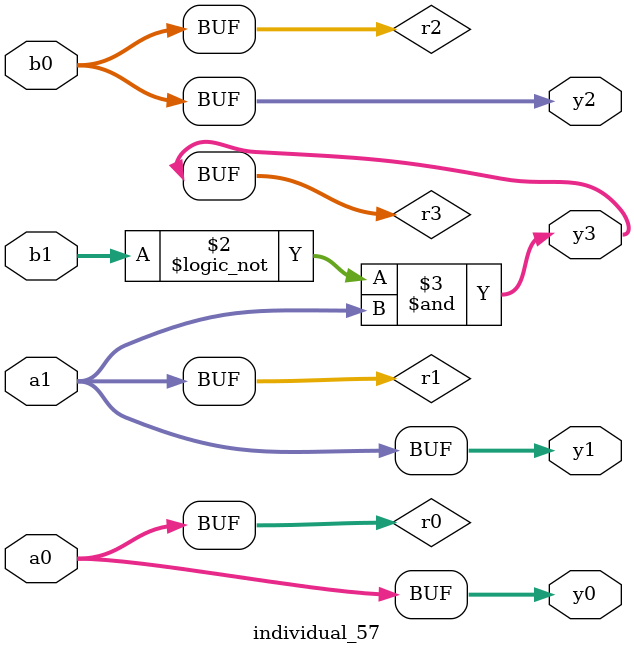
<source format=sv>
module individual_57(input logic [15:0] a1, input logic [15:0] a0, input logic [15:0] b1, input logic [15:0] b0, output logic [15:0] y3, output logic [15:0] y2, output logic [15:0] y1, output logic [15:0] y0);
logic [15:0] r0, r1, r2, r3; 
 always@(*) begin 
	 r0 = a0; r1 = a1; r2 = b0; r3 = b1; 
 	 r3 = ! b1 ;
 	 r3  &=  r1 ;
 	 y3 = r3; y2 = r2; y1 = r1; y0 = r0; 
end
endmodule
</source>
